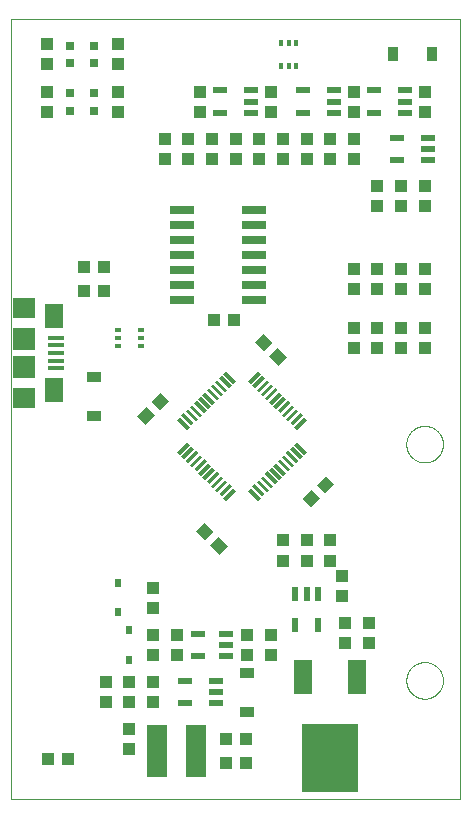
<source format=gtp>
G75*
%MOIN*%
%OFA0B0*%
%FSLAX25Y25*%
%IPPOS*%
%LPD*%
%AMOC8*
5,1,8,0,0,1.08239X$1,22.5*
%
%ADD10C,0.00000*%
%ADD11R,0.01181X0.04724*%
%ADD12R,0.04724X0.02362*%
%ADD13R,0.03937X0.04331*%
%ADD14R,0.07480X0.07087*%
%ADD15R,0.07480X0.07480*%
%ADD16R,0.06299X0.08268*%
%ADD17R,0.05315X0.01575*%
%ADD18R,0.02362X0.03150*%
%ADD19R,0.04724X0.02165*%
%ADD20R,0.04331X0.03937*%
%ADD21R,0.08000X0.02600*%
%ADD22R,0.06299X0.11811*%
%ADD23R,0.19000X0.22500*%
%ADD24R,0.02165X0.04724*%
%ADD25R,0.04803X0.03583*%
%ADD26R,0.03583X0.04803*%
%ADD27R,0.01575X0.02362*%
%ADD28R,0.03150X0.03150*%
%ADD29R,0.02362X0.01575*%
%ADD30R,0.07087X0.17717*%
D10*
X0004419Y0001800D02*
X0004419Y0261643D01*
X0154025Y0261643D01*
X0154045Y0001800D01*
X0004419Y0001800D01*
X0136114Y0041170D02*
X0136116Y0041326D01*
X0136122Y0041481D01*
X0136132Y0041637D01*
X0136146Y0041792D01*
X0136164Y0041947D01*
X0136185Y0042101D01*
X0136211Y0042255D01*
X0136241Y0042408D01*
X0136274Y0042560D01*
X0136312Y0042711D01*
X0136353Y0042861D01*
X0136398Y0043010D01*
X0136447Y0043158D01*
X0136500Y0043305D01*
X0136556Y0043450D01*
X0136616Y0043594D01*
X0136680Y0043736D01*
X0136747Y0043877D01*
X0136818Y0044015D01*
X0136893Y0044152D01*
X0136971Y0044287D01*
X0137052Y0044420D01*
X0137137Y0044551D01*
X0137225Y0044679D01*
X0137316Y0044806D01*
X0137410Y0044930D01*
X0137508Y0045051D01*
X0137609Y0045170D01*
X0137712Y0045286D01*
X0137819Y0045400D01*
X0137928Y0045511D01*
X0138041Y0045619D01*
X0138156Y0045724D01*
X0138273Y0045826D01*
X0138393Y0045925D01*
X0138516Y0046021D01*
X0138641Y0046114D01*
X0138769Y0046204D01*
X0138898Y0046290D01*
X0139030Y0046373D01*
X0139164Y0046453D01*
X0139300Y0046529D01*
X0139438Y0046602D01*
X0139577Y0046671D01*
X0139719Y0046736D01*
X0139862Y0046798D01*
X0140006Y0046856D01*
X0140152Y0046911D01*
X0140299Y0046962D01*
X0140448Y0047009D01*
X0140598Y0047052D01*
X0140748Y0047091D01*
X0140900Y0047127D01*
X0141053Y0047158D01*
X0141206Y0047186D01*
X0141360Y0047210D01*
X0141514Y0047230D01*
X0141669Y0047246D01*
X0141825Y0047258D01*
X0141980Y0047266D01*
X0142136Y0047270D01*
X0142292Y0047270D01*
X0142448Y0047266D01*
X0142603Y0047258D01*
X0142759Y0047246D01*
X0142914Y0047230D01*
X0143068Y0047210D01*
X0143222Y0047186D01*
X0143375Y0047158D01*
X0143528Y0047127D01*
X0143680Y0047091D01*
X0143830Y0047052D01*
X0143980Y0047009D01*
X0144129Y0046962D01*
X0144276Y0046911D01*
X0144422Y0046856D01*
X0144566Y0046798D01*
X0144709Y0046736D01*
X0144851Y0046671D01*
X0144990Y0046602D01*
X0145128Y0046529D01*
X0145264Y0046453D01*
X0145398Y0046373D01*
X0145530Y0046290D01*
X0145659Y0046204D01*
X0145787Y0046114D01*
X0145912Y0046021D01*
X0146035Y0045925D01*
X0146155Y0045826D01*
X0146272Y0045724D01*
X0146387Y0045619D01*
X0146500Y0045511D01*
X0146609Y0045400D01*
X0146716Y0045286D01*
X0146819Y0045170D01*
X0146920Y0045051D01*
X0147018Y0044930D01*
X0147112Y0044806D01*
X0147203Y0044679D01*
X0147291Y0044551D01*
X0147376Y0044420D01*
X0147457Y0044287D01*
X0147535Y0044152D01*
X0147610Y0044015D01*
X0147681Y0043877D01*
X0147748Y0043736D01*
X0147812Y0043594D01*
X0147872Y0043450D01*
X0147928Y0043305D01*
X0147981Y0043158D01*
X0148030Y0043010D01*
X0148075Y0042861D01*
X0148116Y0042711D01*
X0148154Y0042560D01*
X0148187Y0042408D01*
X0148217Y0042255D01*
X0148243Y0042101D01*
X0148264Y0041947D01*
X0148282Y0041792D01*
X0148296Y0041637D01*
X0148306Y0041481D01*
X0148312Y0041326D01*
X0148314Y0041170D01*
X0148312Y0041014D01*
X0148306Y0040859D01*
X0148296Y0040703D01*
X0148282Y0040548D01*
X0148264Y0040393D01*
X0148243Y0040239D01*
X0148217Y0040085D01*
X0148187Y0039932D01*
X0148154Y0039780D01*
X0148116Y0039629D01*
X0148075Y0039479D01*
X0148030Y0039330D01*
X0147981Y0039182D01*
X0147928Y0039035D01*
X0147872Y0038890D01*
X0147812Y0038746D01*
X0147748Y0038604D01*
X0147681Y0038463D01*
X0147610Y0038325D01*
X0147535Y0038188D01*
X0147457Y0038053D01*
X0147376Y0037920D01*
X0147291Y0037789D01*
X0147203Y0037661D01*
X0147112Y0037534D01*
X0147018Y0037410D01*
X0146920Y0037289D01*
X0146819Y0037170D01*
X0146716Y0037054D01*
X0146609Y0036940D01*
X0146500Y0036829D01*
X0146387Y0036721D01*
X0146272Y0036616D01*
X0146155Y0036514D01*
X0146035Y0036415D01*
X0145912Y0036319D01*
X0145787Y0036226D01*
X0145659Y0036136D01*
X0145530Y0036050D01*
X0145398Y0035967D01*
X0145264Y0035887D01*
X0145128Y0035811D01*
X0144990Y0035738D01*
X0144851Y0035669D01*
X0144709Y0035604D01*
X0144566Y0035542D01*
X0144422Y0035484D01*
X0144276Y0035429D01*
X0144129Y0035378D01*
X0143980Y0035331D01*
X0143830Y0035288D01*
X0143680Y0035249D01*
X0143528Y0035213D01*
X0143375Y0035182D01*
X0143222Y0035154D01*
X0143068Y0035130D01*
X0142914Y0035110D01*
X0142759Y0035094D01*
X0142603Y0035082D01*
X0142448Y0035074D01*
X0142292Y0035070D01*
X0142136Y0035070D01*
X0141980Y0035074D01*
X0141825Y0035082D01*
X0141669Y0035094D01*
X0141514Y0035110D01*
X0141360Y0035130D01*
X0141206Y0035154D01*
X0141053Y0035182D01*
X0140900Y0035213D01*
X0140748Y0035249D01*
X0140598Y0035288D01*
X0140448Y0035331D01*
X0140299Y0035378D01*
X0140152Y0035429D01*
X0140006Y0035484D01*
X0139862Y0035542D01*
X0139719Y0035604D01*
X0139577Y0035669D01*
X0139438Y0035738D01*
X0139300Y0035811D01*
X0139164Y0035887D01*
X0139030Y0035967D01*
X0138898Y0036050D01*
X0138769Y0036136D01*
X0138641Y0036226D01*
X0138516Y0036319D01*
X0138393Y0036415D01*
X0138273Y0036514D01*
X0138156Y0036616D01*
X0138041Y0036721D01*
X0137928Y0036829D01*
X0137819Y0036940D01*
X0137712Y0037054D01*
X0137609Y0037170D01*
X0137508Y0037289D01*
X0137410Y0037410D01*
X0137316Y0037534D01*
X0137225Y0037661D01*
X0137137Y0037789D01*
X0137052Y0037920D01*
X0136971Y0038053D01*
X0136893Y0038188D01*
X0136818Y0038325D01*
X0136747Y0038463D01*
X0136680Y0038604D01*
X0136616Y0038746D01*
X0136556Y0038890D01*
X0136500Y0039035D01*
X0136447Y0039182D01*
X0136398Y0039330D01*
X0136353Y0039479D01*
X0136312Y0039629D01*
X0136274Y0039780D01*
X0136241Y0039932D01*
X0136211Y0040085D01*
X0136185Y0040239D01*
X0136164Y0040393D01*
X0136146Y0040548D01*
X0136132Y0040703D01*
X0136122Y0040859D01*
X0136116Y0041014D01*
X0136114Y0041170D01*
X0136114Y0119910D02*
X0136116Y0120066D01*
X0136122Y0120221D01*
X0136132Y0120377D01*
X0136146Y0120532D01*
X0136164Y0120687D01*
X0136185Y0120841D01*
X0136211Y0120995D01*
X0136241Y0121148D01*
X0136274Y0121300D01*
X0136312Y0121451D01*
X0136353Y0121601D01*
X0136398Y0121750D01*
X0136447Y0121898D01*
X0136500Y0122045D01*
X0136556Y0122190D01*
X0136616Y0122334D01*
X0136680Y0122476D01*
X0136747Y0122617D01*
X0136818Y0122755D01*
X0136893Y0122892D01*
X0136971Y0123027D01*
X0137052Y0123160D01*
X0137137Y0123291D01*
X0137225Y0123419D01*
X0137316Y0123546D01*
X0137410Y0123670D01*
X0137508Y0123791D01*
X0137609Y0123910D01*
X0137712Y0124026D01*
X0137819Y0124140D01*
X0137928Y0124251D01*
X0138041Y0124359D01*
X0138156Y0124464D01*
X0138273Y0124566D01*
X0138393Y0124665D01*
X0138516Y0124761D01*
X0138641Y0124854D01*
X0138769Y0124944D01*
X0138898Y0125030D01*
X0139030Y0125113D01*
X0139164Y0125193D01*
X0139300Y0125269D01*
X0139438Y0125342D01*
X0139577Y0125411D01*
X0139719Y0125476D01*
X0139862Y0125538D01*
X0140006Y0125596D01*
X0140152Y0125651D01*
X0140299Y0125702D01*
X0140448Y0125749D01*
X0140598Y0125792D01*
X0140748Y0125831D01*
X0140900Y0125867D01*
X0141053Y0125898D01*
X0141206Y0125926D01*
X0141360Y0125950D01*
X0141514Y0125970D01*
X0141669Y0125986D01*
X0141825Y0125998D01*
X0141980Y0126006D01*
X0142136Y0126010D01*
X0142292Y0126010D01*
X0142448Y0126006D01*
X0142603Y0125998D01*
X0142759Y0125986D01*
X0142914Y0125970D01*
X0143068Y0125950D01*
X0143222Y0125926D01*
X0143375Y0125898D01*
X0143528Y0125867D01*
X0143680Y0125831D01*
X0143830Y0125792D01*
X0143980Y0125749D01*
X0144129Y0125702D01*
X0144276Y0125651D01*
X0144422Y0125596D01*
X0144566Y0125538D01*
X0144709Y0125476D01*
X0144851Y0125411D01*
X0144990Y0125342D01*
X0145128Y0125269D01*
X0145264Y0125193D01*
X0145398Y0125113D01*
X0145530Y0125030D01*
X0145659Y0124944D01*
X0145787Y0124854D01*
X0145912Y0124761D01*
X0146035Y0124665D01*
X0146155Y0124566D01*
X0146272Y0124464D01*
X0146387Y0124359D01*
X0146500Y0124251D01*
X0146609Y0124140D01*
X0146716Y0124026D01*
X0146819Y0123910D01*
X0146920Y0123791D01*
X0147018Y0123670D01*
X0147112Y0123546D01*
X0147203Y0123419D01*
X0147291Y0123291D01*
X0147376Y0123160D01*
X0147457Y0123027D01*
X0147535Y0122892D01*
X0147610Y0122755D01*
X0147681Y0122617D01*
X0147748Y0122476D01*
X0147812Y0122334D01*
X0147872Y0122190D01*
X0147928Y0122045D01*
X0147981Y0121898D01*
X0148030Y0121750D01*
X0148075Y0121601D01*
X0148116Y0121451D01*
X0148154Y0121300D01*
X0148187Y0121148D01*
X0148217Y0120995D01*
X0148243Y0120841D01*
X0148264Y0120687D01*
X0148282Y0120532D01*
X0148296Y0120377D01*
X0148306Y0120221D01*
X0148312Y0120066D01*
X0148314Y0119910D01*
X0148312Y0119754D01*
X0148306Y0119599D01*
X0148296Y0119443D01*
X0148282Y0119288D01*
X0148264Y0119133D01*
X0148243Y0118979D01*
X0148217Y0118825D01*
X0148187Y0118672D01*
X0148154Y0118520D01*
X0148116Y0118369D01*
X0148075Y0118219D01*
X0148030Y0118070D01*
X0147981Y0117922D01*
X0147928Y0117775D01*
X0147872Y0117630D01*
X0147812Y0117486D01*
X0147748Y0117344D01*
X0147681Y0117203D01*
X0147610Y0117065D01*
X0147535Y0116928D01*
X0147457Y0116793D01*
X0147376Y0116660D01*
X0147291Y0116529D01*
X0147203Y0116401D01*
X0147112Y0116274D01*
X0147018Y0116150D01*
X0146920Y0116029D01*
X0146819Y0115910D01*
X0146716Y0115794D01*
X0146609Y0115680D01*
X0146500Y0115569D01*
X0146387Y0115461D01*
X0146272Y0115356D01*
X0146155Y0115254D01*
X0146035Y0115155D01*
X0145912Y0115059D01*
X0145787Y0114966D01*
X0145659Y0114876D01*
X0145530Y0114790D01*
X0145398Y0114707D01*
X0145264Y0114627D01*
X0145128Y0114551D01*
X0144990Y0114478D01*
X0144851Y0114409D01*
X0144709Y0114344D01*
X0144566Y0114282D01*
X0144422Y0114224D01*
X0144276Y0114169D01*
X0144129Y0114118D01*
X0143980Y0114071D01*
X0143830Y0114028D01*
X0143680Y0113989D01*
X0143528Y0113953D01*
X0143375Y0113922D01*
X0143222Y0113894D01*
X0143068Y0113870D01*
X0142914Y0113850D01*
X0142759Y0113834D01*
X0142603Y0113822D01*
X0142448Y0113814D01*
X0142292Y0113810D01*
X0142136Y0113810D01*
X0141980Y0113814D01*
X0141825Y0113822D01*
X0141669Y0113834D01*
X0141514Y0113850D01*
X0141360Y0113870D01*
X0141206Y0113894D01*
X0141053Y0113922D01*
X0140900Y0113953D01*
X0140748Y0113989D01*
X0140598Y0114028D01*
X0140448Y0114071D01*
X0140299Y0114118D01*
X0140152Y0114169D01*
X0140006Y0114224D01*
X0139862Y0114282D01*
X0139719Y0114344D01*
X0139577Y0114409D01*
X0139438Y0114478D01*
X0139300Y0114551D01*
X0139164Y0114627D01*
X0139030Y0114707D01*
X0138898Y0114790D01*
X0138769Y0114876D01*
X0138641Y0114966D01*
X0138516Y0115059D01*
X0138393Y0115155D01*
X0138273Y0115254D01*
X0138156Y0115356D01*
X0138041Y0115461D01*
X0137928Y0115569D01*
X0137819Y0115680D01*
X0137712Y0115794D01*
X0137609Y0115910D01*
X0137508Y0116029D01*
X0137410Y0116150D01*
X0137316Y0116274D01*
X0137225Y0116401D01*
X0137137Y0116529D01*
X0137052Y0116660D01*
X0136971Y0116793D01*
X0136893Y0116928D01*
X0136818Y0117065D01*
X0136747Y0117203D01*
X0136680Y0117344D01*
X0136616Y0117486D01*
X0136556Y0117630D01*
X0136500Y0117775D01*
X0136447Y0117922D01*
X0136398Y0118070D01*
X0136353Y0118219D01*
X0136312Y0118369D01*
X0136274Y0118520D01*
X0136241Y0118672D01*
X0136211Y0118825D01*
X0136185Y0118979D01*
X0136164Y0119133D01*
X0136146Y0119288D01*
X0136132Y0119443D01*
X0136122Y0119599D01*
X0136116Y0119754D01*
X0136114Y0119910D01*
D11*
G36*
X0102923Y0117247D02*
X0102088Y0116412D01*
X0098749Y0119751D01*
X0099584Y0120586D01*
X0102923Y0117247D01*
G37*
G36*
X0101532Y0115855D02*
X0100697Y0115020D01*
X0097358Y0118359D01*
X0098193Y0119194D01*
X0101532Y0115855D01*
G37*
G36*
X0100140Y0114463D02*
X0099305Y0113628D01*
X0095966Y0116967D01*
X0096801Y0117802D01*
X0100140Y0114463D01*
G37*
G36*
X0098748Y0113071D02*
X0097913Y0112236D01*
X0094574Y0115575D01*
X0095409Y0116410D01*
X0098748Y0113071D01*
G37*
G36*
X0097356Y0111679D02*
X0096521Y0110844D01*
X0093182Y0114183D01*
X0094017Y0115018D01*
X0097356Y0111679D01*
G37*
G36*
X0095964Y0110287D02*
X0095129Y0109452D01*
X0091790Y0112791D01*
X0092625Y0113626D01*
X0095964Y0110287D01*
G37*
G36*
X0094572Y0108896D02*
X0093737Y0108061D01*
X0090398Y0111400D01*
X0091233Y0112235D01*
X0094572Y0108896D01*
G37*
G36*
X0093180Y0107504D02*
X0092345Y0106669D01*
X0089006Y0110008D01*
X0089841Y0110843D01*
X0093180Y0107504D01*
G37*
G36*
X0091788Y0106112D02*
X0090953Y0105277D01*
X0087614Y0108616D01*
X0088449Y0109451D01*
X0091788Y0106112D01*
G37*
G36*
X0090396Y0104720D02*
X0089561Y0103885D01*
X0086222Y0107224D01*
X0087057Y0108059D01*
X0090396Y0104720D01*
G37*
G36*
X0089004Y0103328D02*
X0088169Y0102493D01*
X0084830Y0105832D01*
X0085665Y0106667D01*
X0089004Y0103328D01*
G37*
G36*
X0087612Y0101936D02*
X0086777Y0101101D01*
X0083438Y0104440D01*
X0084273Y0105275D01*
X0087612Y0101936D01*
G37*
G36*
X0078425Y0105275D02*
X0079260Y0104440D01*
X0075921Y0101101D01*
X0075086Y0101936D01*
X0078425Y0105275D01*
G37*
G36*
X0077033Y0106667D02*
X0077868Y0105832D01*
X0074529Y0102493D01*
X0073694Y0103328D01*
X0077033Y0106667D01*
G37*
G36*
X0075642Y0108059D02*
X0076477Y0107224D01*
X0073138Y0103885D01*
X0072303Y0104720D01*
X0075642Y0108059D01*
G37*
G36*
X0074250Y0109451D02*
X0075085Y0108616D01*
X0071746Y0105277D01*
X0070911Y0106112D01*
X0074250Y0109451D01*
G37*
G36*
X0072858Y0110843D02*
X0073693Y0110008D01*
X0070354Y0106669D01*
X0069519Y0107504D01*
X0072858Y0110843D01*
G37*
G36*
X0071466Y0112235D02*
X0072301Y0111400D01*
X0068962Y0108061D01*
X0068127Y0108896D01*
X0071466Y0112235D01*
G37*
G36*
X0070074Y0113626D02*
X0070909Y0112791D01*
X0067570Y0109452D01*
X0066735Y0110287D01*
X0070074Y0113626D01*
G37*
G36*
X0068682Y0115018D02*
X0069517Y0114183D01*
X0066178Y0110844D01*
X0065343Y0111679D01*
X0068682Y0115018D01*
G37*
G36*
X0067290Y0116410D02*
X0068125Y0115575D01*
X0064786Y0112236D01*
X0063951Y0113071D01*
X0067290Y0116410D01*
G37*
G36*
X0065898Y0117802D02*
X0066733Y0116967D01*
X0063394Y0113628D01*
X0062559Y0114463D01*
X0065898Y0117802D01*
G37*
G36*
X0064506Y0119194D02*
X0065341Y0118359D01*
X0062002Y0115020D01*
X0061167Y0115855D01*
X0064506Y0119194D01*
G37*
G36*
X0063114Y0120586D02*
X0063949Y0119751D01*
X0060610Y0116412D01*
X0059775Y0117247D01*
X0063114Y0120586D01*
G37*
G36*
X0063949Y0125599D02*
X0063114Y0124764D01*
X0059775Y0128103D01*
X0060610Y0128938D01*
X0063949Y0125599D01*
G37*
G36*
X0065341Y0126991D02*
X0064506Y0126156D01*
X0061167Y0129495D01*
X0062002Y0130330D01*
X0065341Y0126991D01*
G37*
G36*
X0066733Y0128383D02*
X0065898Y0127548D01*
X0062559Y0130887D01*
X0063394Y0131722D01*
X0066733Y0128383D01*
G37*
G36*
X0068125Y0129775D02*
X0067290Y0128940D01*
X0063951Y0132279D01*
X0064786Y0133114D01*
X0068125Y0129775D01*
G37*
G36*
X0069517Y0131167D02*
X0068682Y0130332D01*
X0065343Y0133671D01*
X0066178Y0134506D01*
X0069517Y0131167D01*
G37*
G36*
X0070909Y0132559D02*
X0070074Y0131724D01*
X0066735Y0135063D01*
X0067570Y0135898D01*
X0070909Y0132559D01*
G37*
G36*
X0072301Y0133951D02*
X0071466Y0133116D01*
X0068127Y0136455D01*
X0068962Y0137290D01*
X0072301Y0133951D01*
G37*
G36*
X0073693Y0135342D02*
X0072858Y0134507D01*
X0069519Y0137846D01*
X0070354Y0138681D01*
X0073693Y0135342D01*
G37*
G36*
X0075085Y0136734D02*
X0074250Y0135899D01*
X0070911Y0139238D01*
X0071746Y0140073D01*
X0075085Y0136734D01*
G37*
G36*
X0076477Y0138126D02*
X0075642Y0137291D01*
X0072303Y0140630D01*
X0073138Y0141465D01*
X0076477Y0138126D01*
G37*
G36*
X0077868Y0139518D02*
X0077033Y0138683D01*
X0073694Y0142022D01*
X0074529Y0142857D01*
X0077868Y0139518D01*
G37*
G36*
X0079260Y0140910D02*
X0078425Y0140075D01*
X0075086Y0143414D01*
X0075921Y0144249D01*
X0079260Y0140910D01*
G37*
G36*
X0086777Y0144249D02*
X0087612Y0143414D01*
X0084273Y0140075D01*
X0083438Y0140910D01*
X0086777Y0144249D01*
G37*
G36*
X0088169Y0142857D02*
X0089004Y0142022D01*
X0085665Y0138683D01*
X0084830Y0139518D01*
X0088169Y0142857D01*
G37*
G36*
X0089561Y0141465D02*
X0090396Y0140630D01*
X0087057Y0137291D01*
X0086222Y0138126D01*
X0089561Y0141465D01*
G37*
G36*
X0090953Y0140073D02*
X0091788Y0139238D01*
X0088449Y0135899D01*
X0087614Y0136734D01*
X0090953Y0140073D01*
G37*
G36*
X0092345Y0138681D02*
X0093180Y0137846D01*
X0089841Y0134507D01*
X0089006Y0135342D01*
X0092345Y0138681D01*
G37*
G36*
X0093737Y0137290D02*
X0094572Y0136455D01*
X0091233Y0133116D01*
X0090398Y0133951D01*
X0093737Y0137290D01*
G37*
G36*
X0095129Y0135898D02*
X0095964Y0135063D01*
X0092625Y0131724D01*
X0091790Y0132559D01*
X0095129Y0135898D01*
G37*
G36*
X0096521Y0134506D02*
X0097356Y0133671D01*
X0094017Y0130332D01*
X0093182Y0131167D01*
X0096521Y0134506D01*
G37*
G36*
X0097913Y0133114D02*
X0098748Y0132279D01*
X0095409Y0128940D01*
X0094574Y0129775D01*
X0097913Y0133114D01*
G37*
G36*
X0099305Y0131722D02*
X0100140Y0130887D01*
X0096801Y0127548D01*
X0095966Y0128383D01*
X0099305Y0131722D01*
G37*
G36*
X0100697Y0130330D02*
X0101532Y0129495D01*
X0098193Y0126156D01*
X0097358Y0126991D01*
X0100697Y0130330D01*
G37*
G36*
X0102088Y0128938D02*
X0102923Y0128103D01*
X0099584Y0124764D01*
X0098749Y0125599D01*
X0102088Y0128938D01*
G37*
D12*
X0075875Y0056721D03*
X0075875Y0052981D03*
X0075875Y0049241D03*
X0066820Y0049241D03*
X0066820Y0056721D03*
D13*
X0059537Y0056328D03*
X0059537Y0049635D03*
X0051663Y0049635D03*
X0051663Y0056328D03*
X0051663Y0065383D03*
X0051663Y0072076D03*
X0051663Y0040580D03*
X0051663Y0033887D03*
X0043789Y0024831D03*
X0043789Y0018139D03*
X0023453Y0014943D03*
X0016760Y0014943D03*
X0075875Y0021485D03*
X0082568Y0021485D03*
X0083159Y0049635D03*
X0083159Y0056328D03*
X0110718Y0081131D03*
X0110718Y0087824D03*
X0115639Y0060265D03*
X0115639Y0053572D03*
X0035324Y0171091D03*
X0028631Y0171091D03*
X0067411Y0230737D03*
X0067411Y0237430D03*
X0071348Y0221682D03*
X0071348Y0214989D03*
X0091033Y0230737D03*
X0091033Y0237430D03*
X0094970Y0221682D03*
X0094970Y0214989D03*
X0118592Y0214989D03*
X0118592Y0221682D03*
X0118592Y0230737D03*
X0118592Y0237430D03*
X0142214Y0237430D03*
X0142214Y0230737D03*
X0142214Y0205934D03*
X0142214Y0199241D03*
D14*
X0008631Y0165284D03*
X0008631Y0135363D03*
D15*
X0008631Y0145599D03*
X0008631Y0155048D03*
D16*
X0018671Y0162528D03*
X0018671Y0138119D03*
D17*
X0019261Y0145206D03*
X0019261Y0147765D03*
X0019261Y0150324D03*
X0019261Y0152883D03*
X0019261Y0155442D03*
D18*
X0039852Y0073650D03*
X0039852Y0063808D03*
X0043789Y0057902D03*
X0043789Y0048060D03*
D19*
X0062292Y0040973D03*
X0062292Y0033493D03*
X0072529Y0033493D03*
X0072529Y0037233D03*
X0072529Y0040973D03*
X0133158Y0214595D03*
X0133158Y0222076D03*
X0135521Y0230343D03*
X0135521Y0234083D03*
X0135521Y0237824D03*
X0143395Y0222076D03*
X0143395Y0218335D03*
X0143395Y0214595D03*
X0125284Y0230343D03*
X0125284Y0237824D03*
X0111899Y0237824D03*
X0111899Y0234083D03*
X0111899Y0230343D03*
X0101662Y0230343D03*
X0101662Y0237824D03*
X0084340Y0237824D03*
X0084340Y0234083D03*
X0084340Y0230343D03*
X0074103Y0230343D03*
X0074103Y0237824D03*
D20*
X0079222Y0221682D03*
X0079222Y0214989D03*
X0087096Y0214989D03*
X0087096Y0221682D03*
X0102844Y0221682D03*
X0102844Y0214989D03*
X0110718Y0214989D03*
X0110718Y0221682D03*
X0126466Y0205934D03*
X0126466Y0199241D03*
X0134340Y0199241D03*
X0134340Y0205934D03*
X0134340Y0178375D03*
X0134340Y0171682D03*
X0142214Y0171682D03*
X0142214Y0178375D03*
X0142214Y0158690D03*
X0142214Y0151997D03*
X0134340Y0151997D03*
X0134340Y0158690D03*
X0126466Y0158690D03*
X0126466Y0151997D03*
X0118592Y0151997D03*
X0118592Y0158690D03*
X0118592Y0171682D03*
X0118592Y0178375D03*
X0126466Y0178375D03*
X0126466Y0171682D03*
G36*
X0093538Y0146118D02*
X0090477Y0149179D01*
X0093260Y0151962D01*
X0096321Y0148901D01*
X0093538Y0146118D01*
G37*
G36*
X0088805Y0150851D02*
X0085744Y0153912D01*
X0088527Y0156695D01*
X0091588Y0153634D01*
X0088805Y0150851D01*
G37*
X0078631Y0161249D03*
X0071938Y0161249D03*
G36*
X0056951Y0134227D02*
X0053890Y0131166D01*
X0051107Y0133949D01*
X0054168Y0137010D01*
X0056951Y0134227D01*
G37*
G36*
X0052218Y0129494D02*
X0049157Y0126433D01*
X0046374Y0129216D01*
X0049435Y0132277D01*
X0052218Y0129494D01*
G37*
G36*
X0068842Y0093702D02*
X0071903Y0090641D01*
X0069120Y0087858D01*
X0066059Y0090919D01*
X0068842Y0093702D01*
G37*
G36*
X0073575Y0088970D02*
X0076636Y0085909D01*
X0073853Y0083126D01*
X0070792Y0086187D01*
X0073575Y0088970D01*
G37*
X0094970Y0087824D03*
X0094970Y0081131D03*
X0102844Y0081131D03*
X0102844Y0087824D03*
G36*
X0101493Y0101657D02*
X0104554Y0104718D01*
X0107337Y0101935D01*
X0104276Y0098874D01*
X0101493Y0101657D01*
G37*
G36*
X0106225Y0106390D02*
X0109286Y0109451D01*
X0112069Y0106668D01*
X0109008Y0103607D01*
X0106225Y0106390D01*
G37*
X0114655Y0076013D03*
X0114655Y0069320D03*
X0123513Y0060265D03*
X0123513Y0053572D03*
X0091033Y0056328D03*
X0091033Y0049635D03*
X0082568Y0013611D03*
X0075875Y0013611D03*
X0043789Y0033887D03*
X0043789Y0040580D03*
X0035915Y0040580D03*
X0035915Y0033887D03*
X0035324Y0178965D03*
X0028631Y0178965D03*
X0055600Y0214989D03*
X0055600Y0221682D03*
X0063474Y0221682D03*
X0063474Y0214989D03*
X0039852Y0230737D03*
X0039852Y0237430D03*
X0039852Y0246485D03*
X0039852Y0253178D03*
X0016230Y0253178D03*
X0016230Y0246485D03*
X0016230Y0237430D03*
X0016230Y0230737D03*
D21*
X0061216Y0197902D03*
X0061216Y0192902D03*
X0061216Y0187902D03*
X0061216Y0182902D03*
X0061216Y0177902D03*
X0061216Y0172902D03*
X0061216Y0167902D03*
X0085416Y0167902D03*
X0085416Y0172902D03*
X0085416Y0177902D03*
X0085416Y0182902D03*
X0085416Y0187902D03*
X0085416Y0192902D03*
X0085416Y0197902D03*
D22*
X0101741Y0042391D03*
X0119694Y0042391D03*
D23*
X0110718Y0015233D03*
D24*
X0106584Y0059674D03*
X0099104Y0059674D03*
X0099104Y0069911D03*
X0102844Y0069911D03*
X0106584Y0069911D03*
D25*
X0083159Y0043729D03*
X0083159Y0030737D03*
X0031978Y0129162D03*
X0031978Y0142154D03*
D26*
X0131781Y0249831D03*
X0144773Y0249831D03*
D27*
X0099497Y0245894D03*
X0096938Y0245894D03*
X0094379Y0245894D03*
X0094379Y0253769D03*
X0096938Y0253769D03*
X0099497Y0253769D03*
D28*
X0031978Y0252784D03*
X0031978Y0246879D03*
X0031978Y0237036D03*
X0031978Y0231131D03*
X0024104Y0231131D03*
X0024104Y0237036D03*
X0024104Y0246879D03*
X0024104Y0252784D03*
D29*
X0039852Y0157902D03*
X0039852Y0155343D03*
X0039852Y0152784D03*
X0047726Y0152784D03*
X0047726Y0155343D03*
X0047726Y0157902D03*
D30*
X0053139Y0017548D03*
X0065934Y0017548D03*
M02*

</source>
